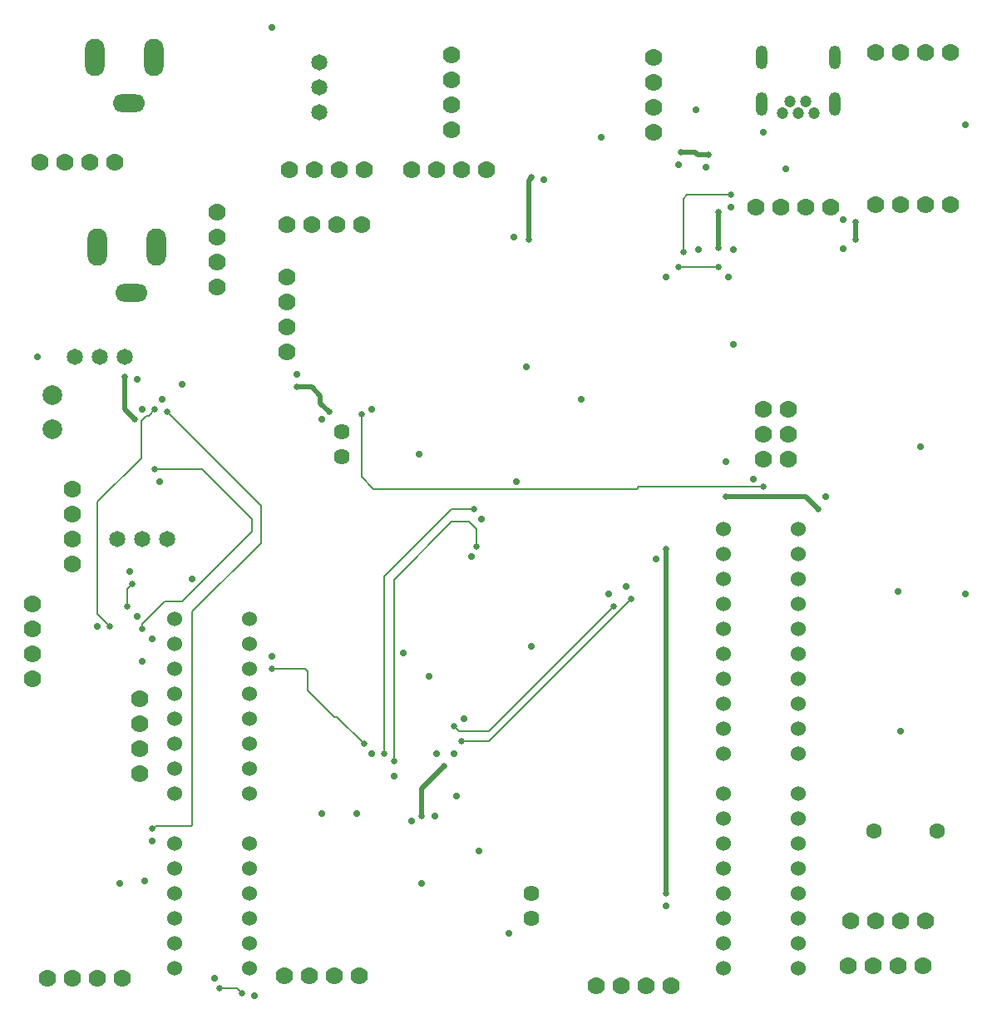
<source format=gbl>
G04*
G04 #@! TF.GenerationSoftware,Altium Limited,Altium Designer,23.8.1 (32)*
G04*
G04 Layer_Physical_Order=4*
G04 Layer_Color=16711680*
%FSLAX25Y25*%
%MOIN*%
G70*
G04*
G04 #@! TF.SameCoordinates,CF8B6EB2-DAF4-4016-BDB3-9DCBFEF17629*
G04*
G04*
G04 #@! TF.FilePolarity,Positive*
G04*
G01*
G75*
%ADD14C,0.02000*%
%ADD15C,0.00600*%
%ADD70C,0.07000*%
%ADD71O,0.12992X0.07087*%
%ADD72O,0.07874X0.14961*%
%ADD73C,0.07874*%
%ADD74C,0.06496*%
%ADD75C,0.06378*%
%ADD76C,0.06000*%
%ADD77O,0.04724X0.09449*%
%ADD78C,0.04724*%
%ADD79C,0.06299*%
%ADD80C,0.02800*%
%ADD81C,0.02500*%
D14*
X45000Y239000D02*
Y252000D01*
Y239000D02*
X49000Y235000D01*
X338000Y307000D02*
Y314000D01*
X283000Y303750D02*
Y318000D01*
X120000Y248000D02*
X123452Y244548D01*
Y241548D02*
Y244548D01*
Y241548D02*
X127000Y238000D01*
X268000Y342000D02*
X273750D01*
X274750Y341000D02*
X279000D01*
X273750Y342000D02*
X274750Y341000D01*
X318000Y204000D02*
X323000Y199000D01*
X286000Y204000D02*
X318000D01*
X262000Y45000D02*
Y183000D01*
X114000Y248000D02*
X120000D01*
X207000Y307000D02*
Y330865D01*
X208000Y331865D01*
Y332000D01*
X164000Y76000D02*
Y87000D01*
X173000Y96000D01*
D15*
X72000Y72351D02*
Y158000D01*
X99584Y185584D01*
X71649Y72000D02*
X72000Y72351D01*
X54593Y236593D02*
X57000Y239000D01*
X53593Y236593D02*
X54593D01*
X51550Y234550D02*
X53593Y236593D01*
X68000Y162000D02*
X96000Y190000D01*
X61000Y162000D02*
X68000D01*
X52000Y153000D02*
X61000Y162000D01*
X52000Y151000D02*
Y153000D01*
X57301Y72000D02*
X71649D01*
X56000Y71000D02*
X56301D01*
X57301Y72000D01*
X96000Y190000D02*
Y195000D01*
X99584Y185584D02*
Y200416D01*
X76000Y215000D02*
X96000Y195000D01*
X153000Y98000D02*
Y170875D01*
X176125Y194000D01*
X149000Y101000D02*
Y172000D01*
X176000Y199000D01*
X118477Y126523D02*
X129057Y115943D01*
X130057D02*
X141000Y105000D01*
X129057Y115943D02*
X130057D01*
X90000Y7000D02*
X92000Y5000D01*
X83000Y7000D02*
X90000D01*
X46000Y160000D02*
Y167000D01*
X57000Y215000D02*
X76000D01*
X62000Y238000D02*
X99584Y200416D01*
X176125Y194000D02*
X183000D01*
X176000Y199000D02*
X185000D01*
X183000Y194000D02*
X186000Y191000D01*
Y184000D02*
Y191000D01*
X34000Y157000D02*
X39000Y152000D01*
X34000Y157000D02*
Y202000D01*
X51550Y219550D01*
X46000Y167000D02*
X48000Y169000D01*
X51550Y219550D02*
Y234550D01*
X269000Y302000D02*
Y323649D01*
X270352Y325000D01*
X267000Y296000D02*
X283000D01*
X270352Y325000D02*
X288000D01*
X140000Y212000D02*
Y237000D01*
Y212000D02*
X144700Y207300D01*
X118477Y126523D02*
Y134037D01*
X180000Y106000D02*
X191000D01*
X177000Y112000D02*
X179000Y110000D01*
X191000D01*
X250334Y207300D02*
X251034Y208000D01*
X301000D01*
X144700Y207300D02*
X250334D01*
X104000Y135000D02*
X117514D01*
X118477Y134037D01*
X191000Y106000D02*
X248000Y163000D01*
X191000Y110000D02*
X241000Y160000D01*
D70*
X24000Y197000D02*
D03*
Y207000D02*
D03*
Y177000D02*
D03*
Y187000D02*
D03*
X130000Y313000D02*
D03*
X140000D02*
D03*
X110000D02*
D03*
X120000D02*
D03*
X110000Y272000D02*
D03*
Y262000D02*
D03*
Y292000D02*
D03*
Y282000D02*
D03*
X356000Y34000D02*
D03*
X366000D02*
D03*
X336000D02*
D03*
X346000D02*
D03*
X366000Y321000D02*
D03*
X376000D02*
D03*
X346000D02*
D03*
X356000D02*
D03*
X318000Y320000D02*
D03*
X328000D02*
D03*
X298000D02*
D03*
X308000D02*
D03*
X180000Y335000D02*
D03*
X190000D02*
D03*
X170000D02*
D03*
X160000D02*
D03*
X176000Y371000D02*
D03*
Y381000D02*
D03*
Y361000D02*
D03*
Y351000D02*
D03*
X257000Y360000D02*
D03*
Y350000D02*
D03*
Y380000D02*
D03*
Y370000D02*
D03*
X8000Y151000D02*
D03*
Y161000D02*
D03*
Y131000D02*
D03*
Y141000D02*
D03*
X51000Y103000D02*
D03*
Y93000D02*
D03*
Y123000D02*
D03*
Y113000D02*
D03*
X311000Y239000D02*
D03*
X119000Y12000D02*
D03*
X109000D02*
D03*
X139000D02*
D03*
X129000D02*
D03*
X34000Y11000D02*
D03*
X44000D02*
D03*
X14000D02*
D03*
X24000D02*
D03*
X254000Y8000D02*
D03*
X264000D02*
D03*
X234000D02*
D03*
X244000D02*
D03*
X345000Y16000D02*
D03*
X335000D02*
D03*
X365000D02*
D03*
X355000D02*
D03*
X31000Y338000D02*
D03*
X41000D02*
D03*
X11000D02*
D03*
X21000D02*
D03*
X121000Y335000D02*
D03*
X111000D02*
D03*
X141000D02*
D03*
X131000D02*
D03*
X356000Y382000D02*
D03*
X346000D02*
D03*
X376000D02*
D03*
X366000D02*
D03*
X311000Y219000D02*
D03*
X301000D02*
D03*
X311000Y229000D02*
D03*
X301000D02*
D03*
Y239000D02*
D03*
X82000Y308000D02*
D03*
Y318000D02*
D03*
Y288000D02*
D03*
Y298000D02*
D03*
D71*
X47780Y285693D02*
D03*
X46780Y361693D02*
D03*
D72*
X34000Y304000D02*
D03*
X57622D02*
D03*
X56622Y380000D02*
D03*
X33000D02*
D03*
D73*
X16000Y244890D02*
D03*
Y231110D02*
D03*
D74*
X45000Y260000D02*
D03*
X35000D02*
D03*
X25000D02*
D03*
X62000Y187000D02*
D03*
X52000D02*
D03*
X42000D02*
D03*
X123000Y358000D02*
D03*
Y368000D02*
D03*
Y378000D02*
D03*
D75*
X132000Y230000D02*
D03*
X208000Y45000D02*
D03*
X132000Y220000D02*
D03*
X208000Y35000D02*
D03*
D76*
X95000Y145000D02*
D03*
Y115000D02*
D03*
Y85000D02*
D03*
Y95000D02*
D03*
Y105000D02*
D03*
Y125000D02*
D03*
Y135000D02*
D03*
Y155000D02*
D03*
X65000D02*
D03*
Y145000D02*
D03*
Y135000D02*
D03*
Y125000D02*
D03*
Y115000D02*
D03*
Y105000D02*
D03*
Y95000D02*
D03*
Y85000D02*
D03*
Y55000D02*
D03*
Y65000D02*
D03*
Y45000D02*
D03*
Y35000D02*
D03*
Y25000D02*
D03*
Y15000D02*
D03*
X315000Y191000D02*
D03*
Y181000D02*
D03*
Y171000D02*
D03*
Y161000D02*
D03*
Y151000D02*
D03*
Y141000D02*
D03*
Y131000D02*
D03*
Y121000D02*
D03*
Y111000D02*
D03*
Y101000D02*
D03*
Y15000D02*
D03*
Y25000D02*
D03*
Y35000D02*
D03*
Y45000D02*
D03*
Y55000D02*
D03*
Y65000D02*
D03*
Y75000D02*
D03*
Y85000D02*
D03*
X285000D02*
D03*
Y75000D02*
D03*
Y65000D02*
D03*
Y55000D02*
D03*
Y45000D02*
D03*
Y35000D02*
D03*
Y25000D02*
D03*
Y15000D02*
D03*
X95000Y25000D02*
D03*
Y15000D02*
D03*
Y35000D02*
D03*
Y45000D02*
D03*
Y55000D02*
D03*
Y65000D02*
D03*
X285000Y191000D02*
D03*
Y181000D02*
D03*
Y171000D02*
D03*
Y161000D02*
D03*
Y151000D02*
D03*
Y141000D02*
D03*
Y131000D02*
D03*
Y121000D02*
D03*
Y111000D02*
D03*
Y101000D02*
D03*
D77*
X300355Y380125D02*
D03*
Y361425D02*
D03*
X329645D02*
D03*
Y380125D02*
D03*
D78*
X321220Y357875D02*
D03*
X318072Y362614D02*
D03*
X311772D02*
D03*
X314921Y357875D02*
D03*
X308623D02*
D03*
D79*
X370795Y70000D02*
D03*
X345205D02*
D03*
D80*
X56000Y147000D02*
D03*
X50000Y156000D02*
D03*
X72000Y171000D02*
D03*
X163000Y221000D02*
D03*
X333000Y303600D02*
D03*
Y315000D02*
D03*
X187000Y62000D02*
D03*
X97000Y4000D02*
D03*
X124000Y235000D02*
D03*
X274000Y359000D02*
D03*
X170000Y101000D02*
D03*
X239000Y165000D02*
D03*
X288000Y320000D02*
D03*
X278000Y336000D02*
D03*
X246000Y168000D02*
D03*
X267000Y337000D02*
D03*
X289000Y303000D02*
D03*
X287000Y292000D02*
D03*
X262000D02*
D03*
X201000Y308000D02*
D03*
X52000Y138000D02*
D03*
X213000Y331000D02*
D03*
X47000Y174000D02*
D03*
X34000Y152000D02*
D03*
X59000Y210000D02*
D03*
X275000Y303000D02*
D03*
X81000Y11000D02*
D03*
X160000Y74000D02*
D03*
X153000Y92000D02*
D03*
X156700Y141600D02*
D03*
X167000Y132000D02*
D03*
X184000Y180000D02*
D03*
X144000Y101000D02*
D03*
X104000Y140000D02*
D03*
X262000Y40000D02*
D03*
X258000Y179000D02*
D03*
X188000Y195000D02*
D03*
X114000Y253000D02*
D03*
X297000Y211000D02*
D03*
X56000Y66000D02*
D03*
X144000Y239000D02*
D03*
X60000Y243000D02*
D03*
X52000Y239000D02*
D03*
X50000Y251000D02*
D03*
X177000Y101000D02*
D03*
X43000Y49000D02*
D03*
X53000Y50000D02*
D03*
X68000Y249000D02*
D03*
X10000Y260100D02*
D03*
X286000Y218000D02*
D03*
X289000Y265000D02*
D03*
X228000Y243000D02*
D03*
X202000Y210000D02*
D03*
X206000Y256000D02*
D03*
X181000Y115000D02*
D03*
X138000Y77000D02*
D03*
X124000D02*
D03*
X208000Y144000D02*
D03*
X326000Y204000D02*
D03*
X310000Y335400D02*
D03*
X382000Y353000D02*
D03*
X301000Y350000D02*
D03*
X236000Y348000D02*
D03*
X382000Y165000D02*
D03*
X364000Y224000D02*
D03*
X356000Y110000D02*
D03*
X355000Y166000D02*
D03*
X104000Y392000D02*
D03*
X169250Y76000D02*
D03*
X199000Y29000D02*
D03*
X164000Y49000D02*
D03*
X178000Y84000D02*
D03*
D81*
X45000Y252000D02*
D03*
X56000Y71000D02*
D03*
X338000Y314000D02*
D03*
Y307000D02*
D03*
X283000Y303750D02*
D03*
X153000Y98000D02*
D03*
X149000Y101000D02*
D03*
X141000Y105000D02*
D03*
X92000Y5000D02*
D03*
X52000Y151000D02*
D03*
X46000Y160000D02*
D03*
X57000Y215000D02*
D03*
X62000Y238000D02*
D03*
X57000Y239000D02*
D03*
X127000Y238000D02*
D03*
X279000Y341000D02*
D03*
X268000Y342000D02*
D03*
X48000Y169000D02*
D03*
X323000Y199000D02*
D03*
X286000Y204000D02*
D03*
X283000Y318000D02*
D03*
X262000Y183000D02*
D03*
Y45000D02*
D03*
X114000Y248000D02*
D03*
X269000Y302000D02*
D03*
X267000Y296000D02*
D03*
X207000Y307000D02*
D03*
X283000Y296000D02*
D03*
X288000Y325000D02*
D03*
X208000Y332000D02*
D03*
X140000Y237000D02*
D03*
X83000Y7000D02*
D03*
X164000Y76000D02*
D03*
X186000Y184000D02*
D03*
X39000Y152000D02*
D03*
X180000Y106000D02*
D03*
X177000Y112000D02*
D03*
X49000Y235000D02*
D03*
X301000Y208000D02*
D03*
X185000Y199000D02*
D03*
X104000Y135000D02*
D03*
X241000Y160000D02*
D03*
X248000Y163000D02*
D03*
X173000Y96000D02*
D03*
M02*

</source>
